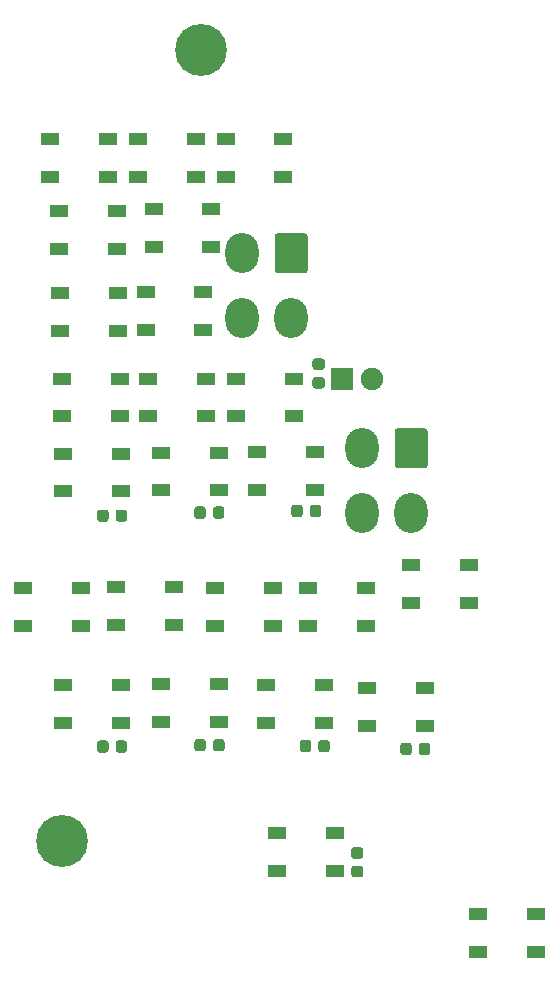
<source format=gbr>
G04 #@! TF.GenerationSoftware,KiCad,Pcbnew,(5.1.6)-1*
G04 #@! TF.CreationDate,2021-02-10T23:13:44+11:00*
G04 #@! TF.ProjectId,LDG Wing Fold PCB V2,4c444720-5769-46e6-9720-466f6c642050,rev?*
G04 #@! TF.SameCoordinates,Original*
G04 #@! TF.FileFunction,Soldermask,Top*
G04 #@! TF.FilePolarity,Negative*
%FSLAX46Y46*%
G04 Gerber Fmt 4.6, Leading zero omitted, Abs format (unit mm)*
G04 Created by KiCad (PCBNEW (5.1.6)-1) date 2021-02-10 23:13:44*
%MOMM*%
%LPD*%
G01*
G04 APERTURE LIST*
%ADD10C,4.400000*%
%ADD11R,1.600000X1.100000*%
%ADD12O,2.800000X3.400000*%
%ADD13C,1.900000*%
%ADD14R,1.900000X1.900000*%
G04 APERTURE END LIST*
D10*
G04 #@! TO.C,REF\u002A\u002A*
X164039448Y-28984561D03*
G04 #@! TD*
G04 #@! TO.C,REF\u002A\u002A*
X152291948Y-95977061D03*
G04 #@! TD*
D11*
G04 #@! TO.C,D24*
X170525000Y-95350000D03*
X170525000Y-98550000D03*
X175425000Y-95350000D03*
X175425000Y-98550000D03*
G04 #@! TD*
G04 #@! TO.C,D23*
X178125000Y-83025000D03*
X178125000Y-86225000D03*
X183025000Y-83025000D03*
X183025000Y-86225000D03*
G04 #@! TD*
G04 #@! TO.C,D25*
X187500000Y-102200000D03*
X187500000Y-105400000D03*
X192400000Y-102200000D03*
X192400000Y-105400000D03*
G04 #@! TD*
G04 #@! TO.C,D22*
X169600000Y-82775000D03*
X169600000Y-85975000D03*
X174500000Y-82775000D03*
X174500000Y-85975000D03*
G04 #@! TD*
G04 #@! TO.C,D21*
X160675000Y-82700000D03*
X160675000Y-85900000D03*
X165575000Y-82700000D03*
X165575000Y-85900000D03*
G04 #@! TD*
G04 #@! TO.C,D20*
X152425000Y-82775000D03*
X152425000Y-85975000D03*
X157325000Y-82775000D03*
X157325000Y-85975000D03*
G04 #@! TD*
G04 #@! TO.C,D19*
X181825000Y-72600000D03*
X181825000Y-75800000D03*
X186725000Y-72600000D03*
X186725000Y-75800000D03*
G04 #@! TD*
G04 #@! TO.C,D18*
X173150000Y-74575000D03*
X173150000Y-77775000D03*
X178050000Y-74575000D03*
X178050000Y-77775000D03*
G04 #@! TD*
G04 #@! TO.C,D17*
X165250000Y-74550000D03*
X165250000Y-77750000D03*
X170150000Y-74550000D03*
X170150000Y-77750000D03*
G04 #@! TD*
G04 #@! TO.C,D16*
X156900000Y-74525000D03*
X156900000Y-77725000D03*
X161800000Y-74525000D03*
X161800000Y-77725000D03*
G04 #@! TD*
G04 #@! TO.C,D15*
X148975000Y-74550000D03*
X148975000Y-77750000D03*
X153875000Y-74550000D03*
X153875000Y-77750000D03*
G04 #@! TD*
G04 #@! TO.C,D14*
X168850000Y-63050000D03*
X168850000Y-66250000D03*
X173750000Y-63050000D03*
X173750000Y-66250000D03*
G04 #@! TD*
G04 #@! TO.C,D13*
X160650000Y-63100000D03*
X160650000Y-66300000D03*
X165550000Y-63100000D03*
X165550000Y-66300000D03*
G04 #@! TD*
G04 #@! TO.C,R1*
G36*
G01*
X174311250Y-56107500D02*
X173748750Y-56107500D01*
G75*
G02*
X173505000Y-55863750I0J243750D01*
G01*
X173505000Y-55376250D01*
G75*
G02*
X173748750Y-55132500I243750J0D01*
G01*
X174311250Y-55132500D01*
G75*
G02*
X174555000Y-55376250I0J-243750D01*
G01*
X174555000Y-55863750D01*
G75*
G02*
X174311250Y-56107500I-243750J0D01*
G01*
G37*
G36*
G01*
X174311250Y-57682500D02*
X173748750Y-57682500D01*
G75*
G02*
X173505000Y-57438750I0J243750D01*
G01*
X173505000Y-56951250D01*
G75*
G02*
X173748750Y-56707500I243750J0D01*
G01*
X174311250Y-56707500D01*
G75*
G02*
X174555000Y-56951250I0J-243750D01*
G01*
X174555000Y-57438750D01*
G75*
G02*
X174311250Y-57682500I-243750J0D01*
G01*
G37*
G04 #@! TD*
D12*
G04 #@! TO.C,J2*
X177664000Y-68238000D03*
X181864000Y-68238000D03*
X177664000Y-62738000D03*
G36*
G01*
X183264000Y-61297260D02*
X183264000Y-64178740D01*
G75*
G02*
X183004740Y-64438000I-259260J0D01*
G01*
X180723260Y-64438000D01*
G75*
G02*
X180464000Y-64178740I0J259260D01*
G01*
X180464000Y-61297260D01*
G75*
G02*
X180723260Y-61038000I259260J0D01*
G01*
X183004740Y-61038000D01*
G75*
G02*
X183264000Y-61297260I0J-259260D01*
G01*
G37*
G04 #@! TD*
G04 #@! TO.C,J1*
X167504000Y-51728000D03*
X171704000Y-51728000D03*
X167504000Y-46228000D03*
G36*
G01*
X173104000Y-44787260D02*
X173104000Y-47668740D01*
G75*
G02*
X172844740Y-47928000I-259260J0D01*
G01*
X170563260Y-47928000D01*
G75*
G02*
X170304000Y-47668740I0J259260D01*
G01*
X170304000Y-44787260D01*
G75*
G02*
X170563260Y-44528000I259260J0D01*
G01*
X172844740Y-44528000D01*
G75*
G02*
X173104000Y-44787260I0J-259260D01*
G01*
G37*
G04 #@! TD*
D11*
G04 #@! TO.C,D12*
X152425000Y-63200000D03*
X152425000Y-66400000D03*
X157325000Y-63200000D03*
X157325000Y-66400000D03*
G04 #@! TD*
G04 #@! TO.C,D11*
X167000000Y-56850000D03*
X167000000Y-60050000D03*
X171900000Y-56850000D03*
X171900000Y-60050000D03*
G04 #@! TD*
G04 #@! TO.C,D10*
X159575000Y-56850000D03*
X159575000Y-60050000D03*
X164475000Y-56850000D03*
X164475000Y-60050000D03*
G04 #@! TD*
G04 #@! TO.C,D9*
X152300000Y-56850000D03*
X152300000Y-60050000D03*
X157200000Y-56850000D03*
X157200000Y-60050000D03*
G04 #@! TD*
G04 #@! TO.C,D8*
X159375000Y-49550000D03*
X159375000Y-52750000D03*
X164275000Y-49550000D03*
X164275000Y-52750000D03*
G04 #@! TD*
G04 #@! TO.C,D7*
X152100000Y-49575000D03*
X152100000Y-52775000D03*
X157000000Y-49575000D03*
X157000000Y-52775000D03*
G04 #@! TD*
G04 #@! TO.C,D6*
X160050000Y-42500000D03*
X160050000Y-45700000D03*
X164950000Y-42500000D03*
X164950000Y-45700000D03*
G04 #@! TD*
G04 #@! TO.C,D5*
X152025000Y-42675000D03*
X152025000Y-45875000D03*
X156925000Y-42675000D03*
X156925000Y-45875000D03*
G04 #@! TD*
G04 #@! TO.C,D4*
X166150000Y-36550000D03*
X166150000Y-39750000D03*
X171050000Y-36550000D03*
X171050000Y-39750000D03*
G04 #@! TD*
G04 #@! TO.C,D3*
X158750000Y-36550000D03*
X158750000Y-39750000D03*
X163650000Y-36550000D03*
X163650000Y-39750000D03*
G04 #@! TD*
G04 #@! TO.C,D2*
X151300000Y-36575000D03*
X151300000Y-39775000D03*
X156200000Y-36575000D03*
X156200000Y-39775000D03*
G04 #@! TD*
D13*
G04 #@! TO.C,D1*
X178562000Y-56896000D03*
D14*
X176022000Y-56896000D03*
G04 #@! TD*
G04 #@! TO.C,C9*
G36*
G01*
X182522500Y-88481250D02*
X182522500Y-87918750D01*
G75*
G02*
X182766250Y-87675000I243750J0D01*
G01*
X183253750Y-87675000D01*
G75*
G02*
X183497500Y-87918750I0J-243750D01*
G01*
X183497500Y-88481250D01*
G75*
G02*
X183253750Y-88725000I-243750J0D01*
G01*
X182766250Y-88725000D01*
G75*
G02*
X182522500Y-88481250I0J243750D01*
G01*
G37*
G36*
G01*
X180947500Y-88481250D02*
X180947500Y-87918750D01*
G75*
G02*
X181191250Y-87675000I243750J0D01*
G01*
X181678750Y-87675000D01*
G75*
G02*
X181922500Y-87918750I0J-243750D01*
G01*
X181922500Y-88481250D01*
G75*
G02*
X181678750Y-88725000I-243750J0D01*
G01*
X181191250Y-88725000D01*
G75*
G02*
X180947500Y-88481250I0J243750D01*
G01*
G37*
G04 #@! TD*
G04 #@! TO.C,C8*
G36*
G01*
X177018750Y-98090000D02*
X177581250Y-98090000D01*
G75*
G02*
X177825000Y-98333750I0J-243750D01*
G01*
X177825000Y-98821250D01*
G75*
G02*
X177581250Y-99065000I-243750J0D01*
G01*
X177018750Y-99065000D01*
G75*
G02*
X176775000Y-98821250I0J243750D01*
G01*
X176775000Y-98333750D01*
G75*
G02*
X177018750Y-98090000I243750J0D01*
G01*
G37*
G36*
G01*
X177018750Y-96515000D02*
X177581250Y-96515000D01*
G75*
G02*
X177825000Y-96758750I0J-243750D01*
G01*
X177825000Y-97246250D01*
G75*
G02*
X177581250Y-97490000I-243750J0D01*
G01*
X177018750Y-97490000D01*
G75*
G02*
X176775000Y-97246250I0J243750D01*
G01*
X176775000Y-96758750D01*
G75*
G02*
X177018750Y-96515000I243750J0D01*
G01*
G37*
G04 #@! TD*
G04 #@! TO.C,C7*
G36*
G01*
X174002500Y-88241250D02*
X174002500Y-87678750D01*
G75*
G02*
X174246250Y-87435000I243750J0D01*
G01*
X174733750Y-87435000D01*
G75*
G02*
X174977500Y-87678750I0J-243750D01*
G01*
X174977500Y-88241250D01*
G75*
G02*
X174733750Y-88485000I-243750J0D01*
G01*
X174246250Y-88485000D01*
G75*
G02*
X174002500Y-88241250I0J243750D01*
G01*
G37*
G36*
G01*
X172427500Y-88241250D02*
X172427500Y-87678750D01*
G75*
G02*
X172671250Y-87435000I243750J0D01*
G01*
X173158750Y-87435000D01*
G75*
G02*
X173402500Y-87678750I0J-243750D01*
G01*
X173402500Y-88241250D01*
G75*
G02*
X173158750Y-88485000I-243750J0D01*
G01*
X172671250Y-88485000D01*
G75*
G02*
X172427500Y-88241250I0J243750D01*
G01*
G37*
G04 #@! TD*
G04 #@! TO.C,C6*
G36*
G01*
X165082500Y-88161250D02*
X165082500Y-87598750D01*
G75*
G02*
X165326250Y-87355000I243750J0D01*
G01*
X165813750Y-87355000D01*
G75*
G02*
X166057500Y-87598750I0J-243750D01*
G01*
X166057500Y-88161250D01*
G75*
G02*
X165813750Y-88405000I-243750J0D01*
G01*
X165326250Y-88405000D01*
G75*
G02*
X165082500Y-88161250I0J243750D01*
G01*
G37*
G36*
G01*
X163507500Y-88161250D02*
X163507500Y-87598750D01*
G75*
G02*
X163751250Y-87355000I243750J0D01*
G01*
X164238750Y-87355000D01*
G75*
G02*
X164482500Y-87598750I0J-243750D01*
G01*
X164482500Y-88161250D01*
G75*
G02*
X164238750Y-88405000I-243750J0D01*
G01*
X163751250Y-88405000D01*
G75*
G02*
X163507500Y-88161250I0J243750D01*
G01*
G37*
G04 #@! TD*
G04 #@! TO.C,C5*
G36*
G01*
X173282500Y-68331250D02*
X173282500Y-67768750D01*
G75*
G02*
X173526250Y-67525000I243750J0D01*
G01*
X174013750Y-67525000D01*
G75*
G02*
X174257500Y-67768750I0J-243750D01*
G01*
X174257500Y-68331250D01*
G75*
G02*
X174013750Y-68575000I-243750J0D01*
G01*
X173526250Y-68575000D01*
G75*
G02*
X173282500Y-68331250I0J243750D01*
G01*
G37*
G36*
G01*
X171707500Y-68331250D02*
X171707500Y-67768750D01*
G75*
G02*
X171951250Y-67525000I243750J0D01*
G01*
X172438750Y-67525000D01*
G75*
G02*
X172682500Y-67768750I0J-243750D01*
G01*
X172682500Y-68331250D01*
G75*
G02*
X172438750Y-68575000I-243750J0D01*
G01*
X171951250Y-68575000D01*
G75*
G02*
X171707500Y-68331250I0J243750D01*
G01*
G37*
G04 #@! TD*
G04 #@! TO.C,C4*
G36*
G01*
X165072500Y-68471250D02*
X165072500Y-67908750D01*
G75*
G02*
X165316250Y-67665000I243750J0D01*
G01*
X165803750Y-67665000D01*
G75*
G02*
X166047500Y-67908750I0J-243750D01*
G01*
X166047500Y-68471250D01*
G75*
G02*
X165803750Y-68715000I-243750J0D01*
G01*
X165316250Y-68715000D01*
G75*
G02*
X165072500Y-68471250I0J243750D01*
G01*
G37*
G36*
G01*
X163497500Y-68471250D02*
X163497500Y-67908750D01*
G75*
G02*
X163741250Y-67665000I243750J0D01*
G01*
X164228750Y-67665000D01*
G75*
G02*
X164472500Y-67908750I0J-243750D01*
G01*
X164472500Y-68471250D01*
G75*
G02*
X164228750Y-68715000I-243750J0D01*
G01*
X163741250Y-68715000D01*
G75*
G02*
X163497500Y-68471250I0J243750D01*
G01*
G37*
G04 #@! TD*
G04 #@! TO.C,C3*
G36*
G01*
X156837500Y-68731250D02*
X156837500Y-68168750D01*
G75*
G02*
X157081250Y-67925000I243750J0D01*
G01*
X157568750Y-67925000D01*
G75*
G02*
X157812500Y-68168750I0J-243750D01*
G01*
X157812500Y-68731250D01*
G75*
G02*
X157568750Y-68975000I-243750J0D01*
G01*
X157081250Y-68975000D01*
G75*
G02*
X156837500Y-68731250I0J243750D01*
G01*
G37*
G36*
G01*
X155262500Y-68731250D02*
X155262500Y-68168750D01*
G75*
G02*
X155506250Y-67925000I243750J0D01*
G01*
X155993750Y-67925000D01*
G75*
G02*
X156237500Y-68168750I0J-243750D01*
G01*
X156237500Y-68731250D01*
G75*
G02*
X155993750Y-68975000I-243750J0D01*
G01*
X155506250Y-68975000D01*
G75*
G02*
X155262500Y-68731250I0J243750D01*
G01*
G37*
G04 #@! TD*
G04 #@! TO.C,C2*
G36*
G01*
X156837500Y-88281250D02*
X156837500Y-87718750D01*
G75*
G02*
X157081250Y-87475000I243750J0D01*
G01*
X157568750Y-87475000D01*
G75*
G02*
X157812500Y-87718750I0J-243750D01*
G01*
X157812500Y-88281250D01*
G75*
G02*
X157568750Y-88525000I-243750J0D01*
G01*
X157081250Y-88525000D01*
G75*
G02*
X156837500Y-88281250I0J243750D01*
G01*
G37*
G36*
G01*
X155262500Y-88281250D02*
X155262500Y-87718750D01*
G75*
G02*
X155506250Y-87475000I243750J0D01*
G01*
X155993750Y-87475000D01*
G75*
G02*
X156237500Y-87718750I0J-243750D01*
G01*
X156237500Y-88281250D01*
G75*
G02*
X155993750Y-88525000I-243750J0D01*
G01*
X155506250Y-88525000D01*
G75*
G02*
X155262500Y-88281250I0J243750D01*
G01*
G37*
G04 #@! TD*
M02*

</source>
